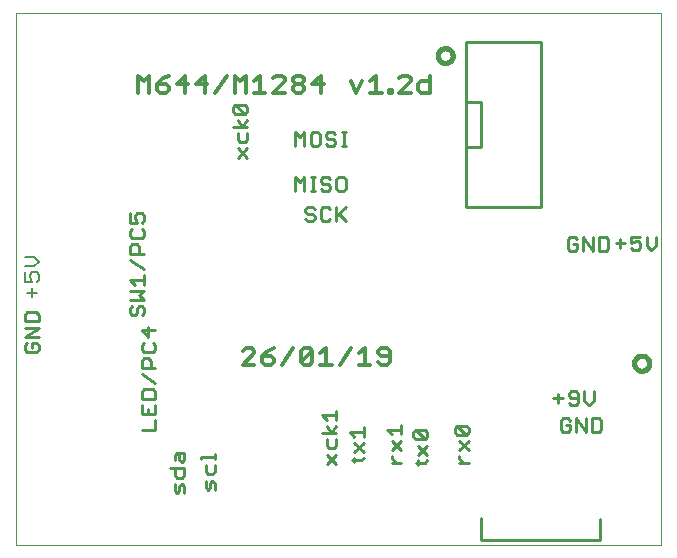
<source format=gto>
G75*
G70*
%OFA0B0*%
%FSLAX24Y24*%
%IPPOS*%
%LPD*%
%AMOC8*
5,1,8,0,0,1.08239X$1,22.5*
%
%ADD10C,0.0000*%
%ADD11C,0.0130*%
%ADD12C,0.0100*%
%ADD13C,0.0080*%
%ADD14C,0.0160*%
D10*
X005060Y005553D02*
X005060Y023270D01*
X026560Y023270D01*
X026560Y005553D01*
X005060Y005553D01*
D11*
X012625Y011548D02*
X013005Y011928D01*
X013005Y012023D01*
X012910Y012118D01*
X012720Y012118D01*
X012625Y012023D01*
X012625Y011548D02*
X013005Y011548D01*
X013269Y011643D02*
X013269Y011833D01*
X013554Y011833D01*
X013649Y011738D01*
X013649Y011643D01*
X013554Y011548D01*
X013364Y011548D01*
X013269Y011643D01*
X013269Y011833D02*
X013459Y012023D01*
X013649Y012118D01*
X013914Y011548D02*
X014294Y012118D01*
X014558Y012023D02*
X014653Y012118D01*
X014843Y012118D01*
X014938Y012023D01*
X014558Y011643D01*
X014653Y011548D01*
X014843Y011548D01*
X014938Y011643D01*
X014938Y012023D01*
X015203Y011928D02*
X015393Y012118D01*
X015393Y011548D01*
X015203Y011548D02*
X015583Y011548D01*
X015847Y011548D02*
X016227Y012118D01*
X016492Y011928D02*
X016682Y012118D01*
X016682Y011548D01*
X016492Y011548D02*
X016872Y011548D01*
X017136Y011643D02*
X017231Y011548D01*
X017421Y011548D01*
X017517Y011643D01*
X017517Y012023D01*
X017421Y012118D01*
X017231Y012118D01*
X017136Y012023D01*
X017136Y011928D01*
X017231Y011833D01*
X017517Y011833D01*
X014558Y011643D02*
X014558Y012023D01*
X014566Y020618D02*
X014376Y020618D01*
X014281Y020713D01*
X014281Y020809D01*
X014376Y020904D01*
X014566Y020904D01*
X014661Y020809D01*
X014661Y020713D01*
X014566Y020618D01*
X014566Y020904D02*
X014661Y020999D01*
X014661Y021094D01*
X014566Y021189D01*
X014376Y021189D01*
X014281Y021094D01*
X014281Y020999D01*
X014376Y020904D01*
X014017Y020999D02*
X014017Y021094D01*
X013921Y021189D01*
X013731Y021189D01*
X013636Y021094D01*
X013182Y021189D02*
X013182Y020618D01*
X012992Y020618D02*
X013372Y020618D01*
X013636Y020618D02*
X014017Y020999D01*
X014017Y020618D02*
X013636Y020618D01*
X013182Y021189D02*
X012992Y020999D01*
X012727Y021189D02*
X012727Y020618D01*
X012347Y020618D02*
X012347Y021189D01*
X012537Y020999D01*
X012727Y021189D01*
X012083Y021189D02*
X011703Y020618D01*
X011343Y020618D02*
X011343Y021189D01*
X011058Y020904D01*
X011438Y020904D01*
X010794Y020904D02*
X010414Y020904D01*
X010699Y021189D01*
X010699Y020618D01*
X010149Y020713D02*
X010054Y020618D01*
X009864Y020618D01*
X009769Y020713D01*
X009769Y020904D01*
X010054Y020904D01*
X010149Y020809D01*
X010149Y020713D01*
X009959Y021094D02*
X009769Y020904D01*
X009959Y021094D02*
X010149Y021189D01*
X009505Y021189D02*
X009505Y020618D01*
X009125Y020618D02*
X009125Y021189D01*
X009315Y020999D01*
X009505Y021189D01*
X014925Y020904D02*
X015306Y020904D01*
X015211Y021189D02*
X015211Y020618D01*
X014925Y020904D02*
X015211Y021189D01*
X016214Y020999D02*
X016404Y020618D01*
X016595Y020999D01*
X016859Y020999D02*
X017049Y021189D01*
X017049Y020618D01*
X016859Y020618D02*
X017239Y020618D01*
X017503Y020618D02*
X017503Y020713D01*
X017598Y020713D01*
X017598Y020618D01*
X017503Y020618D01*
X017826Y020618D02*
X018206Y020999D01*
X018206Y021094D01*
X018111Y021189D01*
X017921Y021189D01*
X017826Y021094D01*
X017826Y020618D02*
X018206Y020618D01*
X018470Y020713D02*
X018470Y020904D01*
X018565Y020999D01*
X018850Y020999D01*
X018850Y021189D02*
X018850Y020618D01*
X018565Y020618D01*
X018470Y020713D01*
D12*
X020060Y020303D02*
X020060Y022303D01*
X022560Y022303D01*
X022560Y016803D01*
X020060Y016803D01*
X020060Y018803D01*
X020560Y018803D01*
X020560Y020303D01*
X020060Y020303D01*
X020060Y018803D01*
X023453Y015727D02*
X023453Y015420D01*
X023529Y015343D01*
X023683Y015343D01*
X023760Y015420D01*
X023760Y015574D01*
X023606Y015574D01*
X023453Y015727D02*
X023529Y015804D01*
X023683Y015804D01*
X023760Y015727D01*
X023968Y015804D02*
X024275Y015343D01*
X024275Y015804D01*
X024484Y015804D02*
X024484Y015343D01*
X024714Y015343D01*
X024791Y015420D01*
X024791Y015727D01*
X024714Y015804D01*
X024484Y015804D01*
X023968Y015804D02*
X023968Y015343D01*
X025043Y015594D02*
X025350Y015594D01*
X025558Y015594D02*
X025558Y015824D01*
X025865Y015824D01*
X025788Y015670D02*
X025865Y015594D01*
X025865Y015440D01*
X025788Y015363D01*
X025635Y015363D01*
X025558Y015440D01*
X025558Y015594D02*
X025712Y015670D01*
X025788Y015670D01*
X026074Y015517D02*
X026227Y015363D01*
X026381Y015517D01*
X026381Y015824D01*
X026074Y015824D02*
X026074Y015517D01*
X025196Y015440D02*
X025196Y015747D01*
X024308Y010664D02*
X024308Y010357D01*
X024154Y010203D01*
X024001Y010357D01*
X024001Y010664D01*
X023792Y010587D02*
X023715Y010664D01*
X023562Y010664D01*
X023485Y010587D01*
X023485Y010510D01*
X023562Y010434D01*
X023792Y010434D01*
X023792Y010587D02*
X023792Y010280D01*
X023715Y010203D01*
X023562Y010203D01*
X023485Y010280D01*
X023276Y010434D02*
X022970Y010434D01*
X023123Y010587D02*
X023123Y010280D01*
X023296Y009764D02*
X023220Y009687D01*
X023220Y009380D01*
X023296Y009303D01*
X023450Y009303D01*
X023526Y009380D01*
X023526Y009534D01*
X023373Y009534D01*
X023526Y009687D02*
X023450Y009764D01*
X023296Y009764D01*
X023735Y009764D02*
X023735Y009303D01*
X024042Y009303D02*
X023735Y009764D01*
X024042Y009764D02*
X024042Y009303D01*
X024251Y009303D02*
X024481Y009303D01*
X024558Y009380D01*
X024558Y009687D01*
X024481Y009764D01*
X024251Y009764D01*
X024251Y009303D01*
X024510Y006403D02*
X024510Y005703D01*
X020560Y005703D01*
X020560Y006453D01*
X020140Y008272D02*
X019833Y008272D01*
X019986Y008272D02*
X019833Y008426D01*
X019833Y008503D01*
X019833Y008702D02*
X020140Y009009D01*
X020063Y009218D02*
X019756Y009525D01*
X020063Y009525D01*
X020140Y009448D01*
X020140Y009294D01*
X020063Y009218D01*
X019756Y009218D01*
X019679Y009294D01*
X019679Y009448D01*
X019756Y009525D01*
X019833Y009009D02*
X020140Y008702D01*
X018760Y008552D02*
X018453Y008859D01*
X018376Y009068D02*
X018299Y009144D01*
X018299Y009298D01*
X018376Y009375D01*
X018683Y009068D01*
X018760Y009144D01*
X018760Y009298D01*
X018683Y009375D01*
X018376Y009375D01*
X018376Y009068D02*
X018683Y009068D01*
X018760Y008859D02*
X018453Y008552D01*
X018453Y008362D02*
X018453Y008208D01*
X018376Y008285D02*
X018683Y008285D01*
X018760Y008362D01*
X017880Y008283D02*
X017573Y008283D01*
X017726Y008283D02*
X017573Y008437D01*
X017573Y008514D01*
X017573Y008713D02*
X017880Y009020D01*
X017880Y009229D02*
X017880Y009536D01*
X017880Y009382D02*
X017419Y009382D01*
X017573Y009229D01*
X017573Y009020D02*
X017880Y008713D01*
X016640Y008642D02*
X016333Y008949D01*
X016333Y009158D02*
X016179Y009311D01*
X016640Y009311D01*
X016640Y009158D02*
X016640Y009465D01*
X016640Y008949D02*
X016333Y008642D01*
X016333Y008452D02*
X016333Y008298D01*
X016256Y008375D02*
X016563Y008375D01*
X016640Y008452D01*
X015720Y008554D02*
X015413Y008247D01*
X015720Y008247D02*
X015413Y008554D01*
X015489Y008762D02*
X015643Y008762D01*
X015720Y008839D01*
X015720Y009069D01*
X015720Y009278D02*
X015259Y009278D01*
X015413Y009069D02*
X015413Y008839D01*
X015489Y008762D01*
X015566Y009278D02*
X015413Y009508D01*
X015413Y009708D02*
X015259Y009861D01*
X015720Y009861D01*
X015720Y009708D02*
X015720Y010015D01*
X015720Y009508D02*
X015566Y009278D01*
X011680Y008568D02*
X011680Y008415D01*
X011680Y008491D02*
X011219Y008491D01*
X011219Y008415D01*
X011373Y008206D02*
X011373Y007976D01*
X011449Y007899D01*
X011603Y007899D01*
X011680Y007976D01*
X011680Y008206D01*
X011603Y007690D02*
X011526Y007614D01*
X011526Y007460D01*
X011449Y007383D01*
X011373Y007460D01*
X011373Y007690D01*
X011603Y007690D02*
X011680Y007614D01*
X011680Y007383D01*
X010650Y007276D02*
X010650Y007507D01*
X010573Y007583D01*
X010496Y007507D01*
X010496Y007353D01*
X010419Y007276D01*
X010343Y007353D01*
X010343Y007583D01*
X010419Y007792D02*
X010343Y007869D01*
X010343Y008099D01*
X010189Y008099D02*
X010650Y008099D01*
X010650Y007869D01*
X010573Y007792D01*
X010419Y007792D01*
X010573Y008308D02*
X010496Y008384D01*
X010496Y008615D01*
X010419Y008615D02*
X010650Y008615D01*
X010650Y008384D01*
X010573Y008308D01*
X010343Y008384D02*
X010343Y008538D01*
X010419Y008615D01*
X009700Y009393D02*
X009700Y009700D01*
X009700Y009909D02*
X009239Y009909D01*
X009239Y010216D01*
X009239Y010425D02*
X009239Y010655D01*
X009316Y010732D01*
X009623Y010732D01*
X009700Y010655D01*
X009700Y010425D01*
X009239Y010425D01*
X009700Y010216D02*
X009700Y009909D01*
X009469Y009909D02*
X009469Y010062D01*
X009239Y009393D02*
X009700Y009393D01*
X009700Y010940D02*
X009239Y011247D01*
X009239Y011456D02*
X009239Y011686D01*
X009316Y011763D01*
X009469Y011763D01*
X009546Y011686D01*
X009546Y011456D01*
X009700Y011456D02*
X009239Y011456D01*
X009316Y011972D02*
X009623Y011972D01*
X009700Y012048D01*
X009700Y012202D01*
X009623Y012278D01*
X009469Y012487D02*
X009469Y012794D01*
X009239Y012717D02*
X009469Y012487D01*
X009316Y012278D02*
X009239Y012202D01*
X009239Y012048D01*
X009316Y011972D01*
X009239Y012717D02*
X009700Y012717D01*
X009243Y013194D02*
X009320Y013271D01*
X009320Y013424D01*
X009243Y013501D01*
X009166Y013501D01*
X009089Y013424D01*
X009089Y013271D01*
X009013Y013194D01*
X008936Y013194D01*
X008859Y013271D01*
X008859Y013424D01*
X008936Y013501D01*
X008859Y013710D02*
X009320Y013710D01*
X009166Y013863D01*
X009320Y014016D01*
X008859Y014016D01*
X009013Y014225D02*
X008859Y014379D01*
X009320Y014379D01*
X009320Y014532D02*
X009320Y014225D01*
X009320Y014741D02*
X008859Y015048D01*
X008859Y015256D02*
X008859Y015487D01*
X008936Y015563D01*
X009089Y015563D01*
X009166Y015487D01*
X009166Y015256D01*
X009320Y015256D02*
X008859Y015256D01*
X008936Y015772D02*
X009243Y015772D01*
X009320Y015849D01*
X009320Y016002D01*
X009243Y016079D01*
X009243Y016288D02*
X009320Y016364D01*
X009320Y016518D01*
X009243Y016595D01*
X009089Y016595D01*
X009013Y016518D01*
X009013Y016441D01*
X009089Y016288D01*
X008859Y016288D01*
X008859Y016595D01*
X008936Y016079D02*
X008859Y016002D01*
X008859Y015849D01*
X008936Y015772D01*
X005810Y013225D02*
X005733Y013302D01*
X005426Y013302D01*
X005349Y013225D01*
X005349Y012995D01*
X005810Y012995D01*
X005810Y013225D01*
X005810Y012786D02*
X005349Y012786D01*
X005349Y012479D02*
X005810Y012786D01*
X005810Y012479D02*
X005349Y012479D01*
X005426Y012270D02*
X005349Y012194D01*
X005349Y012040D01*
X005426Y011963D01*
X005733Y011963D01*
X005810Y012040D01*
X005810Y012194D01*
X005733Y012270D01*
X005579Y012270D01*
X005579Y012117D01*
X012443Y018457D02*
X012750Y018764D01*
X012673Y018972D02*
X012750Y019049D01*
X012750Y019279D01*
X012750Y019488D02*
X012289Y019488D01*
X012443Y019279D02*
X012443Y019049D01*
X012519Y018972D01*
X012673Y018972D01*
X012443Y018764D02*
X012750Y018457D01*
X012596Y019488D02*
X012443Y019718D01*
X012366Y019918D02*
X012289Y019994D01*
X012289Y020148D01*
X012366Y020225D01*
X012673Y019918D01*
X012750Y019994D01*
X012750Y020148D01*
X012673Y020225D01*
X012366Y020225D01*
X012366Y019918D02*
X012673Y019918D01*
X012750Y019718D02*
X012596Y019488D01*
X014359Y019304D02*
X014359Y018843D01*
X014666Y018843D02*
X014666Y019304D01*
X014512Y019150D01*
X014359Y019304D01*
X014874Y019227D02*
X014874Y018920D01*
X014951Y018843D01*
X015105Y018843D01*
X015181Y018920D01*
X015181Y019227D01*
X015105Y019304D01*
X014951Y019304D01*
X014874Y019227D01*
X015390Y019227D02*
X015390Y019150D01*
X015467Y019074D01*
X015620Y019074D01*
X015697Y018997D01*
X015697Y018920D01*
X015620Y018843D01*
X015467Y018843D01*
X015390Y018920D01*
X015390Y019227D02*
X015467Y019304D01*
X015620Y019304D01*
X015697Y019227D01*
X015906Y019304D02*
X016059Y019304D01*
X015982Y019304D02*
X015982Y018843D01*
X015906Y018843D02*
X016059Y018843D01*
X015964Y017804D02*
X015811Y017804D01*
X015734Y017727D01*
X015734Y017420D01*
X015811Y017343D01*
X015964Y017343D01*
X016041Y017420D01*
X016041Y017727D01*
X015964Y017804D01*
X015525Y017727D02*
X015448Y017804D01*
X015295Y017804D01*
X015218Y017727D01*
X015218Y017650D01*
X015295Y017574D01*
X015448Y017574D01*
X015525Y017497D01*
X015525Y017420D01*
X015448Y017343D01*
X015295Y017343D01*
X015218Y017420D01*
X015028Y017343D02*
X014874Y017343D01*
X014951Y017343D02*
X014951Y017804D01*
X014874Y017804D02*
X015028Y017804D01*
X014666Y017804D02*
X014666Y017343D01*
X014359Y017343D02*
X014359Y017804D01*
X014512Y017650D01*
X014666Y017804D01*
X014779Y016804D02*
X014703Y016727D01*
X014703Y016650D01*
X014779Y016574D01*
X014933Y016574D01*
X015010Y016497D01*
X015010Y016420D01*
X014933Y016343D01*
X014779Y016343D01*
X014703Y016420D01*
X014779Y016804D02*
X014933Y016804D01*
X015010Y016727D01*
X015218Y016727D02*
X015218Y016420D01*
X015295Y016343D01*
X015448Y016343D01*
X015525Y016420D01*
X015734Y016343D02*
X015734Y016804D01*
X015525Y016727D02*
X015448Y016804D01*
X015295Y016804D01*
X015218Y016727D01*
X015734Y016497D02*
X016041Y016804D01*
X015811Y016574D02*
X016041Y016343D01*
D13*
X005830Y014988D02*
X005669Y014828D01*
X005349Y014828D01*
X005349Y014632D02*
X005349Y014312D01*
X005589Y014312D01*
X005509Y014472D01*
X005509Y014552D01*
X005589Y014632D01*
X005749Y014632D01*
X005830Y014552D01*
X005830Y014392D01*
X005749Y014312D01*
X005589Y014117D02*
X005589Y013796D01*
X005429Y013957D02*
X005749Y013957D01*
X005830Y014988D02*
X005669Y015148D01*
X005349Y015148D01*
D14*
X019110Y021853D02*
X019112Y021884D01*
X019118Y021915D01*
X019128Y021945D01*
X019141Y021973D01*
X019158Y022000D01*
X019178Y022024D01*
X019201Y022046D01*
X019226Y022064D01*
X019254Y022079D01*
X019283Y022091D01*
X019313Y022099D01*
X019344Y022103D01*
X019376Y022103D01*
X019407Y022099D01*
X019437Y022091D01*
X019466Y022079D01*
X019494Y022064D01*
X019519Y022046D01*
X019542Y022024D01*
X019562Y022000D01*
X019579Y021973D01*
X019592Y021945D01*
X019602Y021915D01*
X019608Y021884D01*
X019610Y021853D01*
X019608Y021822D01*
X019602Y021791D01*
X019592Y021761D01*
X019579Y021733D01*
X019562Y021706D01*
X019542Y021682D01*
X019519Y021660D01*
X019494Y021642D01*
X019466Y021627D01*
X019437Y021615D01*
X019407Y021607D01*
X019376Y021603D01*
X019344Y021603D01*
X019313Y021607D01*
X019283Y021615D01*
X019254Y021627D01*
X019226Y021642D01*
X019201Y021660D01*
X019178Y021682D01*
X019158Y021706D01*
X019141Y021733D01*
X019128Y021761D01*
X019118Y021791D01*
X019112Y021822D01*
X019110Y021853D01*
X025660Y011603D02*
X025662Y011634D01*
X025668Y011665D01*
X025678Y011695D01*
X025691Y011723D01*
X025708Y011750D01*
X025728Y011774D01*
X025751Y011796D01*
X025776Y011814D01*
X025804Y011829D01*
X025833Y011841D01*
X025863Y011849D01*
X025894Y011853D01*
X025926Y011853D01*
X025957Y011849D01*
X025987Y011841D01*
X026016Y011829D01*
X026044Y011814D01*
X026069Y011796D01*
X026092Y011774D01*
X026112Y011750D01*
X026129Y011723D01*
X026142Y011695D01*
X026152Y011665D01*
X026158Y011634D01*
X026160Y011603D01*
X026158Y011572D01*
X026152Y011541D01*
X026142Y011511D01*
X026129Y011483D01*
X026112Y011456D01*
X026092Y011432D01*
X026069Y011410D01*
X026044Y011392D01*
X026016Y011377D01*
X025987Y011365D01*
X025957Y011357D01*
X025926Y011353D01*
X025894Y011353D01*
X025863Y011357D01*
X025833Y011365D01*
X025804Y011377D01*
X025776Y011392D01*
X025751Y011410D01*
X025728Y011432D01*
X025708Y011456D01*
X025691Y011483D01*
X025678Y011511D01*
X025668Y011541D01*
X025662Y011572D01*
X025660Y011603D01*
M02*

</source>
